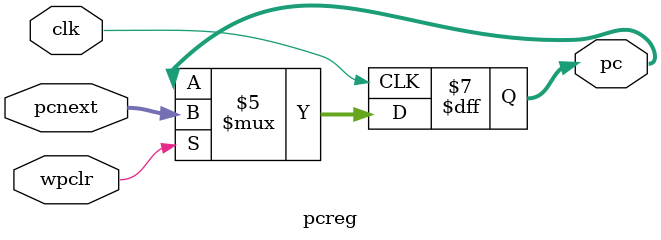
<source format=v>
module pcreg(clk,wpclr,pcnext,pc);
    input clk;
    input wpclr;
    input[31:0] pcnext;
    output reg[31:0] pc;

    initial
    begin
        pc = 0;
    end

    always @ (posedge clk)
    begin
        if(wpclr != 0)
            pc = pcnext;
    end
endmodule
</source>
